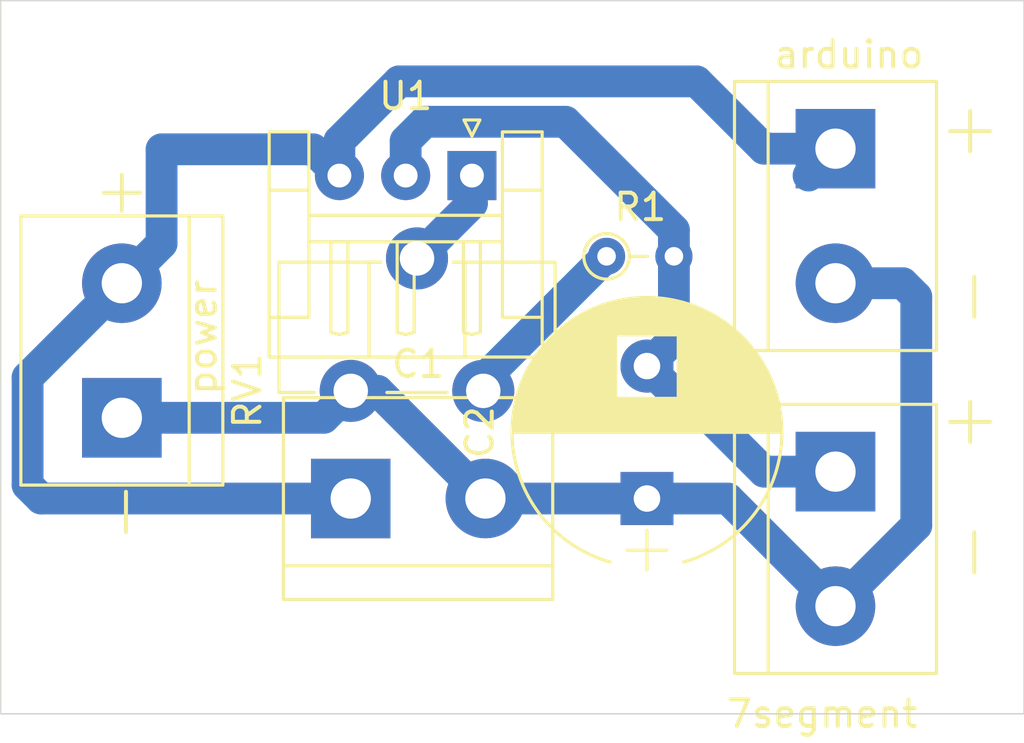
<source format=kicad_pcb>
(kicad_pcb (version 20171130) (host pcbnew "(5.1.4)-1")

  (general
    (thickness 1.6)
    (drawings 11)
    (tracks 40)
    (zones 0)
    (modules 8)
    (nets 6)
  )

  (page A4)
  (layers
    (0 F.Cu signal)
    (31 B.Cu signal)
    (32 B.Adhes user)
    (33 F.Adhes user)
    (34 B.Paste user)
    (35 F.Paste user)
    (36 B.SilkS user)
    (37 F.SilkS user)
    (38 B.Mask user)
    (39 F.Mask user)
    (40 Dwgs.User user)
    (41 Cmts.User user)
    (42 Eco1.User user)
    (43 Eco2.User user)
    (44 Edge.Cuts user)
    (45 Margin user)
    (46 B.CrtYd user)
    (47 F.CrtYd user)
    (48 B.Fab user)
    (49 F.Fab user)
  )

  (setup
    (last_trace_width 1.2)
    (user_trace_width 1.2)
    (trace_clearance 0.2)
    (zone_clearance 0.508)
    (zone_45_only no)
    (trace_min 0.2)
    (via_size 0.8)
    (via_drill 0.4)
    (via_min_size 0.4)
    (via_min_drill 0.3)
    (uvia_size 0.3)
    (uvia_drill 0.1)
    (uvias_allowed no)
    (uvia_min_size 0.2)
    (uvia_min_drill 0.1)
    (edge_width 0.05)
    (segment_width 0.2)
    (pcb_text_width 0.3)
    (pcb_text_size 1.5 1.5)
    (mod_edge_width 0.12)
    (mod_text_size 1 1)
    (mod_text_width 0.15)
    (pad_size 1.524 1.524)
    (pad_drill 0.762)
    (pad_to_mask_clearance 0.051)
    (solder_mask_min_width 0.25)
    (aux_axis_origin 0 0)
    (visible_elements 7FFFFFFF)
    (pcbplotparams
      (layerselection 0x010fc_ffffffff)
      (usegerberextensions true)
      (usegerberattributes false)
      (usegerberadvancedattributes false)
      (creategerberjobfile false)
      (excludeedgelayer true)
      (linewidth 0.100000)
      (plotframeref false)
      (viasonmask false)
      (mode 1)
      (useauxorigin false)
      (hpglpennumber 1)
      (hpglpenspeed 20)
      (hpglpendiameter 15.000000)
      (psnegative false)
      (psa4output false)
      (plotreference true)
      (plotvalue true)
      (plotinvisibletext false)
      (padsonsilk false)
      (subtractmaskfromsilk false)
      (outputformat 3)
      (mirror false)
      (drillshape 0)
      (scaleselection 1)
      (outputdirectory "lm317/"))
  )

  (net 0 "")
  (net 1 "Net-(C1-Pad1)")
  (net 2 "Net-(C1-Pad2)")
  (net 3 "Net-(C2-Pad2)")
  (net 4 "Net-(R1-Pad1)")
  (net 5 "Net-(RV1-Pad2)")

  (net_class Default "This is the default net class."
    (clearance 0.2)
    (trace_width 0.25)
    (via_dia 0.8)
    (via_drill 0.4)
    (uvia_dia 0.3)
    (uvia_drill 0.1)
    (add_net "Net-(C1-Pad1)")
    (add_net "Net-(C1-Pad2)")
    (add_net "Net-(C2-Pad2)")
    (add_net "Net-(R1-Pad1)")
    (add_net "Net-(RV1-Pad2)")
  )

  (module Connectors_JST:JST_EH_S03B-EH_03x2.50mm_Angled (layer F.Cu) (tedit 58A3B0B9) (tstamp 5D664ED8)
    (at 102.108 75.184 180)
    (descr "JST EH series connector, S03B-EH, 2.50mm pitch, side entry")
    (tags "connector jst eh side horizontal angled")
    (path /5D66BC47)
    (fp_text reference U1 (at 2.5 3) (layer F.SilkS)
      (effects (font (size 1 1) (thickness 0.15)))
    )
    (fp_text value LM317_3PinPackage (at 2.5 -8) (layer F.Fab)
      (effects (font (size 1 1) (thickness 0.15)))
    )
    (fp_line (start 8.15 -7.35) (end -3.15 -7.35) (layer F.CrtYd) (width 0.05))
    (fp_line (start 8.15 2.15) (end 8.15 -7.35) (layer F.CrtYd) (width 0.05))
    (fp_line (start -3.15 2.15) (end 8.15 2.15) (layer F.CrtYd) (width 0.05))
    (fp_line (start -3.15 -7.35) (end -3.15 2.15) (layer F.CrtYd) (width 0.05))
    (fp_line (start 0.3 2.1) (end 0 1.5) (layer F.Fab) (width 0.1))
    (fp_line (start -0.3 2.1) (end 0.3 2.1) (layer F.Fab) (width 0.1))
    (fp_line (start 0 1.5) (end -0.3 2.1) (layer F.Fab) (width 0.1))
    (fp_line (start 0.3 2.1) (end 0 1.5) (layer F.SilkS) (width 0.12))
    (fp_line (start -0.3 2.1) (end 0.3 2.1) (layer F.SilkS) (width 0.12))
    (fp_line (start 0 1.5) (end -0.3 2.1) (layer F.SilkS) (width 0.12))
    (fp_line (start 5.32 -2.5) (end 5 -2.5) (layer F.SilkS) (width 0.12))
    (fp_line (start 5.32 -5.92) (end 5.32 -2.5) (layer F.SilkS) (width 0.12))
    (fp_line (start 5 -6) (end 5.32 -5.92) (layer F.SilkS) (width 0.12))
    (fp_line (start 4.68 -5.92) (end 5 -6) (layer F.SilkS) (width 0.12))
    (fp_line (start 4.68 -2.5) (end 4.68 -5.92) (layer F.SilkS) (width 0.12))
    (fp_line (start 5 -2.5) (end 4.68 -2.5) (layer F.SilkS) (width 0.12))
    (fp_line (start 2.82 -2.5) (end 2.5 -2.5) (layer F.SilkS) (width 0.12))
    (fp_line (start 2.82 -5.92) (end 2.82 -2.5) (layer F.SilkS) (width 0.12))
    (fp_line (start 2.5 -6) (end 2.82 -5.92) (layer F.SilkS) (width 0.12))
    (fp_line (start 2.18 -5.92) (end 2.5 -6) (layer F.SilkS) (width 0.12))
    (fp_line (start 2.18 -2.5) (end 2.18 -5.92) (layer F.SilkS) (width 0.12))
    (fp_line (start 2.5 -2.5) (end 2.18 -2.5) (layer F.SilkS) (width 0.12))
    (fp_line (start 0.32 -2.5) (end 0 -2.5) (layer F.SilkS) (width 0.12))
    (fp_line (start 0.32 -5.92) (end 0.32 -2.5) (layer F.SilkS) (width 0.12))
    (fp_line (start 0 -6) (end 0.32 -5.92) (layer F.SilkS) (width 0.12))
    (fp_line (start -0.32 -5.92) (end 0 -6) (layer F.SilkS) (width 0.12))
    (fp_line (start -0.32 -2.5) (end -0.32 -5.92) (layer F.SilkS) (width 0.12))
    (fp_line (start 0 -2.5) (end -0.32 -2.5) (layer F.SilkS) (width 0.12))
    (fp_line (start -1.15 -1.5) (end 6.15 -1.5) (layer F.SilkS) (width 0.12))
    (fp_line (start -1.15 -2.5) (end 6.15 -2.5) (layer F.SilkS) (width 0.12))
    (fp_line (start 6.15 -0.55) (end 7.65 -0.55) (layer F.SilkS) (width 0.12))
    (fp_line (start 6.15 -5.35) (end 6.15 -0.55) (layer F.SilkS) (width 0.12))
    (fp_line (start 7.65 -5.35) (end 6.15 -5.35) (layer F.SilkS) (width 0.12))
    (fp_line (start -1.15 -0.55) (end -2.65 -0.55) (layer F.SilkS) (width 0.12))
    (fp_line (start -1.15 -5.35) (end -1.15 -0.55) (layer F.SilkS) (width 0.12))
    (fp_line (start -2.65 -5.35) (end -1.15 -5.35) (layer F.SilkS) (width 0.12))
    (fp_line (start 6.15 1.65) (end 6.15 -0.55) (layer F.SilkS) (width 0.12))
    (fp_line (start 7.65 1.65) (end 6.15 1.65) (layer F.SilkS) (width 0.12))
    (fp_line (start 7.65 -6.85) (end 7.65 1.65) (layer F.SilkS) (width 0.12))
    (fp_line (start -2.65 -6.85) (end 7.65 -6.85) (layer F.SilkS) (width 0.12))
    (fp_line (start -2.65 1.65) (end -2.65 -6.85) (layer F.SilkS) (width 0.12))
    (fp_line (start -1.15 1.65) (end -2.65 1.65) (layer F.SilkS) (width 0.12))
    (fp_line (start -1.15 -0.55) (end -1.15 1.65) (layer F.SilkS) (width 0.12))
    (fp_line (start 7.5 -6.7) (end -2.5 -6.7) (layer F.Fab) (width 0.1))
    (fp_line (start 7.5 1.5) (end 7.5 -6.7) (layer F.Fab) (width 0.1))
    (fp_line (start -2.5 1.5) (end 7.5 1.5) (layer F.Fab) (width 0.1))
    (fp_line (start -2.5 -6.7) (end -2.5 1.5) (layer F.Fab) (width 0.1))
    (fp_text user %R (at 2.5 -2) (layer F.Fab)
      (effects (font (size 1 1) (thickness 0.15)))
    )
    (pad 3 thru_hole circle (at 5 0 180) (size 1.85 1.85) (drill 0.9) (layers *.Cu *.Mask)
      (net 1 "Net-(C1-Pad1)"))
    (pad 2 thru_hole circle (at 2.5 0 180) (size 1.85 1.85) (drill 0.9) (layers *.Cu *.Mask)
      (net 3 "Net-(C2-Pad2)"))
    (pad 1 thru_hole rect (at 0 0 180) (size 1.85 1.85) (drill 0.9) (layers *.Cu *.Mask)
      (net 5 "Net-(RV1-Pad2)"))
    (model Connectors_JST.3dshapes/JST_EH_S03B-EH_03x2.50mm_Angled.wrl
      (at (xyz 0 0 0))
      (scale (xyz 1 1 1))
      (rotate (xyz 0 0 0))
    )
  )

  (module Connectors_Terminal_Blocks:TerminalBlock_bornier-2_P5.08mm (layer F.Cu) (tedit 59FF03AB) (tstamp 5D664D67)
    (at 97.536 87.376)
    (descr "simple 2-pin terminal block, pitch 5.08mm, revamped version of bornier2")
    (tags "terminal block bornier2")
    (path /5D66FF80)
    (fp_text reference C1 (at 2.54 -5.08) (layer F.SilkS)
      (effects (font (size 1 1) (thickness 0.15)))
    )
    (fp_text value C (at 2.54 5.08) (layer F.Fab)
      (effects (font (size 1 1) (thickness 0.15)))
    )
    (fp_text user %R (at 2.54 0) (layer F.Fab)
      (effects (font (size 1 1) (thickness 0.15)))
    )
    (fp_line (start -2.41 2.55) (end 7.49 2.55) (layer F.Fab) (width 0.1))
    (fp_line (start -2.46 -3.75) (end -2.46 3.75) (layer F.Fab) (width 0.1))
    (fp_line (start -2.46 3.75) (end 7.54 3.75) (layer F.Fab) (width 0.1))
    (fp_line (start 7.54 3.75) (end 7.54 -3.75) (layer F.Fab) (width 0.1))
    (fp_line (start 7.54 -3.75) (end -2.46 -3.75) (layer F.Fab) (width 0.1))
    (fp_line (start 7.62 2.54) (end -2.54 2.54) (layer F.SilkS) (width 0.12))
    (fp_line (start 7.62 3.81) (end 7.62 -3.81) (layer F.SilkS) (width 0.12))
    (fp_line (start 7.62 -3.81) (end -2.54 -3.81) (layer F.SilkS) (width 0.12))
    (fp_line (start -2.54 -3.81) (end -2.54 3.81) (layer F.SilkS) (width 0.12))
    (fp_line (start -2.54 3.81) (end 7.62 3.81) (layer F.SilkS) (width 0.12))
    (fp_line (start -2.71 -4) (end 7.79 -4) (layer F.CrtYd) (width 0.05))
    (fp_line (start -2.71 -4) (end -2.71 4) (layer F.CrtYd) (width 0.05))
    (fp_line (start 7.79 4) (end 7.79 -4) (layer F.CrtYd) (width 0.05))
    (fp_line (start 7.79 4) (end -2.71 4) (layer F.CrtYd) (width 0.05))
    (pad 1 thru_hole rect (at 0 0) (size 3 3) (drill 1.52) (layers *.Cu *.Mask)
      (net 1 "Net-(C1-Pad1)"))
    (pad 2 thru_hole circle (at 5.08 0) (size 3 3) (drill 1.52) (layers *.Cu *.Mask)
      (net 2 "Net-(C1-Pad2)"))
    (model ${KISYS3DMOD}/Terminal_Blocks.3dshapes/TerminalBlock_bornier-2_P5.08mm.wrl
      (offset (xyz 2.539999961853027 0 0))
      (scale (xyz 1 1 1))
      (rotate (xyz 0 0 0))
    )
  )

  (module Capacitors_THT:CP_Radial_D10.0mm_P5.00mm (layer F.Cu) (tedit 597BC7C2) (tstamp 5D664E35)
    (at 108.712 87.376 90)
    (descr "CP, Radial series, Radial, pin pitch=5.00mm, , diameter=10mm, Electrolytic Capacitor")
    (tags "CP Radial series Radial pin pitch 5.00mm  diameter 10mm Electrolytic Capacitor")
    (path /5D66F235)
    (fp_text reference C2 (at 2.5 -6.31 90) (layer F.SilkS)
      (effects (font (size 1 1) (thickness 0.15)))
    )
    (fp_text value C (at 2.5 6.31 90) (layer F.Fab)
      (effects (font (size 1 1) (thickness 0.15)))
    )
    (fp_text user %R (at 2.5 0 90) (layer F.Fab)
      (effects (font (size 1 1) (thickness 0.15)))
    )
    (fp_line (start 7.85 -5.35) (end -2.85 -5.35) (layer F.CrtYd) (width 0.05))
    (fp_line (start 7.85 5.35) (end 7.85 -5.35) (layer F.CrtYd) (width 0.05))
    (fp_line (start -2.85 5.35) (end 7.85 5.35) (layer F.CrtYd) (width 0.05))
    (fp_line (start -2.85 -5.35) (end -2.85 5.35) (layer F.CrtYd) (width 0.05))
    (fp_line (start -1.95 -0.75) (end -1.95 0.75) (layer F.SilkS) (width 0.12))
    (fp_line (start -2.7 0) (end -1.2 0) (layer F.SilkS) (width 0.12))
    (fp_line (start 7.581 -0.279) (end 7.581 0.279) (layer F.SilkS) (width 0.12))
    (fp_line (start 7.541 -0.672) (end 7.541 0.672) (layer F.SilkS) (width 0.12))
    (fp_line (start 7.501 -0.913) (end 7.501 0.913) (layer F.SilkS) (width 0.12))
    (fp_line (start 7.461 -1.104) (end 7.461 1.104) (layer F.SilkS) (width 0.12))
    (fp_line (start 7.421 -1.265) (end 7.421 1.265) (layer F.SilkS) (width 0.12))
    (fp_line (start 7.381 -1.407) (end 7.381 1.407) (layer F.SilkS) (width 0.12))
    (fp_line (start 7.341 -1.536) (end 7.341 1.536) (layer F.SilkS) (width 0.12))
    (fp_line (start 7.301 -1.654) (end 7.301 1.654) (layer F.SilkS) (width 0.12))
    (fp_line (start 7.261 -1.763) (end 7.261 1.763) (layer F.SilkS) (width 0.12))
    (fp_line (start 7.221 -1.866) (end 7.221 1.866) (layer F.SilkS) (width 0.12))
    (fp_line (start 7.181 -1.962) (end 7.181 1.962) (layer F.SilkS) (width 0.12))
    (fp_line (start 7.141 -2.053) (end 7.141 2.053) (layer F.SilkS) (width 0.12))
    (fp_line (start 7.101 -2.14) (end 7.101 2.14) (layer F.SilkS) (width 0.12))
    (fp_line (start 7.061 -2.222) (end 7.061 2.222) (layer F.SilkS) (width 0.12))
    (fp_line (start 7.021 -2.301) (end 7.021 2.301) (layer F.SilkS) (width 0.12))
    (fp_line (start 6.981 -2.377) (end 6.981 2.377) (layer F.SilkS) (width 0.12))
    (fp_line (start 6.941 -2.449) (end 6.941 2.449) (layer F.SilkS) (width 0.12))
    (fp_line (start 6.901 -2.519) (end 6.901 2.519) (layer F.SilkS) (width 0.12))
    (fp_line (start 6.861 -2.587) (end 6.861 2.587) (layer F.SilkS) (width 0.12))
    (fp_line (start 6.821 -2.652) (end 6.821 2.652) (layer F.SilkS) (width 0.12))
    (fp_line (start 6.781 -2.715) (end 6.781 2.715) (layer F.SilkS) (width 0.12))
    (fp_line (start 6.741 -2.777) (end 6.741 2.777) (layer F.SilkS) (width 0.12))
    (fp_line (start 6.701 -2.836) (end 6.701 2.836) (layer F.SilkS) (width 0.12))
    (fp_line (start 6.661 -2.894) (end 6.661 2.894) (layer F.SilkS) (width 0.12))
    (fp_line (start 6.621 -2.949) (end 6.621 2.949) (layer F.SilkS) (width 0.12))
    (fp_line (start 6.581 -3.004) (end 6.581 3.004) (layer F.SilkS) (width 0.12))
    (fp_line (start 6.541 -3.057) (end 6.541 3.057) (layer F.SilkS) (width 0.12))
    (fp_line (start 6.501 -3.108) (end 6.501 3.108) (layer F.SilkS) (width 0.12))
    (fp_line (start 6.461 -3.158) (end 6.461 3.158) (layer F.SilkS) (width 0.12))
    (fp_line (start 6.421 -3.207) (end 6.421 3.207) (layer F.SilkS) (width 0.12))
    (fp_line (start 6.381 -3.255) (end 6.381 3.255) (layer F.SilkS) (width 0.12))
    (fp_line (start 6.341 -3.302) (end 6.341 3.302) (layer F.SilkS) (width 0.12))
    (fp_line (start 6.301 -3.347) (end 6.301 3.347) (layer F.SilkS) (width 0.12))
    (fp_line (start 6.261 -3.391) (end 6.261 3.391) (layer F.SilkS) (width 0.12))
    (fp_line (start 6.221 -3.435) (end 6.221 3.435) (layer F.SilkS) (width 0.12))
    (fp_line (start 6.181 -3.477) (end 6.181 3.477) (layer F.SilkS) (width 0.12))
    (fp_line (start 6.141 1.181) (end 6.141 3.518) (layer F.SilkS) (width 0.12))
    (fp_line (start 6.141 -3.518) (end 6.141 -1.181) (layer F.SilkS) (width 0.12))
    (fp_line (start 6.101 1.181) (end 6.101 3.559) (layer F.SilkS) (width 0.12))
    (fp_line (start 6.101 -3.559) (end 6.101 -1.181) (layer F.SilkS) (width 0.12))
    (fp_line (start 6.061 1.181) (end 6.061 3.598) (layer F.SilkS) (width 0.12))
    (fp_line (start 6.061 -3.598) (end 6.061 -1.181) (layer F.SilkS) (width 0.12))
    (fp_line (start 6.021 1.181) (end 6.021 3.637) (layer F.SilkS) (width 0.12))
    (fp_line (start 6.021 -3.637) (end 6.021 -1.181) (layer F.SilkS) (width 0.12))
    (fp_line (start 5.981 1.181) (end 5.981 3.675) (layer F.SilkS) (width 0.12))
    (fp_line (start 5.981 -3.675) (end 5.981 -1.181) (layer F.SilkS) (width 0.12))
    (fp_line (start 5.941 1.181) (end 5.941 3.712) (layer F.SilkS) (width 0.12))
    (fp_line (start 5.941 -3.712) (end 5.941 -1.181) (layer F.SilkS) (width 0.12))
    (fp_line (start 5.901 1.181) (end 5.901 3.748) (layer F.SilkS) (width 0.12))
    (fp_line (start 5.901 -3.748) (end 5.901 -1.181) (layer F.SilkS) (width 0.12))
    (fp_line (start 5.861 1.181) (end 5.861 3.784) (layer F.SilkS) (width 0.12))
    (fp_line (start 5.861 -3.784) (end 5.861 -1.181) (layer F.SilkS) (width 0.12))
    (fp_line (start 5.821 1.181) (end 5.821 3.819) (layer F.SilkS) (width 0.12))
    (fp_line (start 5.821 -3.819) (end 5.821 -1.181) (layer F.SilkS) (width 0.12))
    (fp_line (start 5.781 1.181) (end 5.781 3.853) (layer F.SilkS) (width 0.12))
    (fp_line (start 5.781 -3.853) (end 5.781 -1.181) (layer F.SilkS) (width 0.12))
    (fp_line (start 5.741 1.181) (end 5.741 3.886) (layer F.SilkS) (width 0.12))
    (fp_line (start 5.741 -3.886) (end 5.741 -1.181) (layer F.SilkS) (width 0.12))
    (fp_line (start 5.701 1.181) (end 5.701 3.919) (layer F.SilkS) (width 0.12))
    (fp_line (start 5.701 -3.919) (end 5.701 -1.181) (layer F.SilkS) (width 0.12))
    (fp_line (start 5.661 1.181) (end 5.661 3.951) (layer F.SilkS) (width 0.12))
    (fp_line (start 5.661 -3.951) (end 5.661 -1.181) (layer F.SilkS) (width 0.12))
    (fp_line (start 5.621 1.181) (end 5.621 3.982) (layer F.SilkS) (width 0.12))
    (fp_line (start 5.621 -3.982) (end 5.621 -1.181) (layer F.SilkS) (width 0.12))
    (fp_line (start 5.581 1.181) (end 5.581 4.013) (layer F.SilkS) (width 0.12))
    (fp_line (start 5.581 -4.013) (end 5.581 -1.181) (layer F.SilkS) (width 0.12))
    (fp_line (start 5.541 1.181) (end 5.541 4.043) (layer F.SilkS) (width 0.12))
    (fp_line (start 5.541 -4.043) (end 5.541 -1.181) (layer F.SilkS) (width 0.12))
    (fp_line (start 5.501 1.181) (end 5.501 4.072) (layer F.SilkS) (width 0.12))
    (fp_line (start 5.501 -4.072) (end 5.501 -1.181) (layer F.SilkS) (width 0.12))
    (fp_line (start 5.461 1.181) (end 5.461 4.101) (layer F.SilkS) (width 0.12))
    (fp_line (start 5.461 -4.101) (end 5.461 -1.181) (layer F.SilkS) (width 0.12))
    (fp_line (start 5.421 1.181) (end 5.421 4.13) (layer F.SilkS) (width 0.12))
    (fp_line (start 5.421 -4.13) (end 5.421 -1.181) (layer F.SilkS) (width 0.12))
    (fp_line (start 5.381 1.181) (end 5.381 4.157) (layer F.SilkS) (width 0.12))
    (fp_line (start 5.381 -4.157) (end 5.381 -1.181) (layer F.SilkS) (width 0.12))
    (fp_line (start 5.341 1.181) (end 5.341 4.185) (layer F.SilkS) (width 0.12))
    (fp_line (start 5.341 -4.185) (end 5.341 -1.181) (layer F.SilkS) (width 0.12))
    (fp_line (start 5.301 1.181) (end 5.301 4.211) (layer F.SilkS) (width 0.12))
    (fp_line (start 5.301 -4.211) (end 5.301 -1.181) (layer F.SilkS) (width 0.12))
    (fp_line (start 5.261 1.181) (end 5.261 4.237) (layer F.SilkS) (width 0.12))
    (fp_line (start 5.261 -4.237) (end 5.261 -1.181) (layer F.SilkS) (width 0.12))
    (fp_line (start 5.221 1.181) (end 5.221 4.263) (layer F.SilkS) (width 0.12))
    (fp_line (start 5.221 -4.263) (end 5.221 -1.181) (layer F.SilkS) (width 0.12))
    (fp_line (start 5.181 1.181) (end 5.181 4.288) (layer F.SilkS) (width 0.12))
    (fp_line (start 5.181 -4.288) (end 5.181 -1.181) (layer F.SilkS) (width 0.12))
    (fp_line (start 5.141 1.181) (end 5.141 4.312) (layer F.SilkS) (width 0.12))
    (fp_line (start 5.141 -4.312) (end 5.141 -1.181) (layer F.SilkS) (width 0.12))
    (fp_line (start 5.101 1.181) (end 5.101 4.336) (layer F.SilkS) (width 0.12))
    (fp_line (start 5.101 -4.336) (end 5.101 -1.181) (layer F.SilkS) (width 0.12))
    (fp_line (start 5.061 1.181) (end 5.061 4.36) (layer F.SilkS) (width 0.12))
    (fp_line (start 5.061 -4.36) (end 5.061 -1.181) (layer F.SilkS) (width 0.12))
    (fp_line (start 5.021 1.181) (end 5.021 4.383) (layer F.SilkS) (width 0.12))
    (fp_line (start 5.021 -4.383) (end 5.021 -1.181) (layer F.SilkS) (width 0.12))
    (fp_line (start 4.981 1.181) (end 4.981 4.405) (layer F.SilkS) (width 0.12))
    (fp_line (start 4.981 -4.405) (end 4.981 -1.181) (layer F.SilkS) (width 0.12))
    (fp_line (start 4.941 1.181) (end 4.941 4.428) (layer F.SilkS) (width 0.12))
    (fp_line (start 4.941 -4.428) (end 4.941 -1.181) (layer F.SilkS) (width 0.12))
    (fp_line (start 4.901 1.181) (end 4.901 4.449) (layer F.SilkS) (width 0.12))
    (fp_line (start 4.901 -4.449) (end 4.901 -1.181) (layer F.SilkS) (width 0.12))
    (fp_line (start 4.861 1.181) (end 4.861 4.47) (layer F.SilkS) (width 0.12))
    (fp_line (start 4.861 -4.47) (end 4.861 -1.181) (layer F.SilkS) (width 0.12))
    (fp_line (start 4.821 1.181) (end 4.821 4.491) (layer F.SilkS) (width 0.12))
    (fp_line (start 4.821 -4.491) (end 4.821 -1.181) (layer F.SilkS) (width 0.12))
    (fp_line (start 4.781 1.181) (end 4.781 4.511) (layer F.SilkS) (width 0.12))
    (fp_line (start 4.781 -4.511) (end 4.781 -1.181) (layer F.SilkS) (width 0.12))
    (fp_line (start 4.741 1.181) (end 4.741 4.531) (layer F.SilkS) (width 0.12))
    (fp_line (start 4.741 -4.531) (end 4.741 -1.181) (layer F.SilkS) (width 0.12))
    (fp_line (start 4.701 1.181) (end 4.701 4.55) (layer F.SilkS) (width 0.12))
    (fp_line (start 4.701 -4.55) (end 4.701 -1.181) (layer F.SilkS) (width 0.12))
    (fp_line (start 4.661 1.181) (end 4.661 4.569) (layer F.SilkS) (width 0.12))
    (fp_line (start 4.661 -4.569) (end 4.661 -1.181) (layer F.SilkS) (width 0.12))
    (fp_line (start 4.621 1.181) (end 4.621 4.588) (layer F.SilkS) (width 0.12))
    (fp_line (start 4.621 -4.588) (end 4.621 -1.181) (layer F.SilkS) (width 0.12))
    (fp_line (start 4.581 1.181) (end 4.581 4.606) (layer F.SilkS) (width 0.12))
    (fp_line (start 4.581 -4.606) (end 4.581 -1.181) (layer F.SilkS) (width 0.12))
    (fp_line (start 4.541 1.181) (end 4.541 4.624) (layer F.SilkS) (width 0.12))
    (fp_line (start 4.541 -4.624) (end 4.541 -1.181) (layer F.SilkS) (width 0.12))
    (fp_line (start 4.501 1.181) (end 4.501 4.641) (layer F.SilkS) (width 0.12))
    (fp_line (start 4.501 -4.641) (end 4.501 -1.181) (layer F.SilkS) (width 0.12))
    (fp_line (start 4.461 1.181) (end 4.461 4.658) (layer F.SilkS) (width 0.12))
    (fp_line (start 4.461 -4.658) (end 4.461 -1.181) (layer F.SilkS) (width 0.12))
    (fp_line (start 4.421 1.181) (end 4.421 4.674) (layer F.SilkS) (width 0.12))
    (fp_line (start 4.421 -4.674) (end 4.421 -1.181) (layer F.SilkS) (width 0.12))
    (fp_line (start 4.381 1.181) (end 4.381 4.691) (layer F.SilkS) (width 0.12))
    (fp_line (start 4.381 -4.691) (end 4.381 -1.181) (layer F.SilkS) (width 0.12))
    (fp_line (start 4.341 1.181) (end 4.341 4.706) (layer F.SilkS) (width 0.12))
    (fp_line (start 4.341 -4.706) (end 4.341 -1.181) (layer F.SilkS) (width 0.12))
    (fp_line (start 4.301 1.181) (end 4.301 4.722) (layer F.SilkS) (width 0.12))
    (fp_line (start 4.301 -4.722) (end 4.301 -1.181) (layer F.SilkS) (width 0.12))
    (fp_line (start 4.261 1.181) (end 4.261 4.737) (layer F.SilkS) (width 0.12))
    (fp_line (start 4.261 -4.737) (end 4.261 -1.181) (layer F.SilkS) (width 0.12))
    (fp_line (start 4.221 1.181) (end 4.221 4.751) (layer F.SilkS) (width 0.12))
    (fp_line (start 4.221 -4.751) (end 4.221 -1.181) (layer F.SilkS) (width 0.12))
    (fp_line (start 4.181 1.181) (end 4.181 4.765) (layer F.SilkS) (width 0.12))
    (fp_line (start 4.181 -4.765) (end 4.181 -1.181) (layer F.SilkS) (width 0.12))
    (fp_line (start 4.141 1.181) (end 4.141 4.779) (layer F.SilkS) (width 0.12))
    (fp_line (start 4.141 -4.779) (end 4.141 -1.181) (layer F.SilkS) (width 0.12))
    (fp_line (start 4.101 1.181) (end 4.101 4.792) (layer F.SilkS) (width 0.12))
    (fp_line (start 4.101 -4.792) (end 4.101 -1.181) (layer F.SilkS) (width 0.12))
    (fp_line (start 4.061 1.181) (end 4.061 4.806) (layer F.SilkS) (width 0.12))
    (fp_line (start 4.061 -4.806) (end 4.061 -1.181) (layer F.SilkS) (width 0.12))
    (fp_line (start 4.021 1.181) (end 4.021 4.818) (layer F.SilkS) (width 0.12))
    (fp_line (start 4.021 -4.818) (end 4.021 -1.181) (layer F.SilkS) (width 0.12))
    (fp_line (start 3.981 1.181) (end 3.981 4.831) (layer F.SilkS) (width 0.12))
    (fp_line (start 3.981 -4.831) (end 3.981 -1.181) (layer F.SilkS) (width 0.12))
    (fp_line (start 3.941 1.181) (end 3.941 4.843) (layer F.SilkS) (width 0.12))
    (fp_line (start 3.941 -4.843) (end 3.941 -1.181) (layer F.SilkS) (width 0.12))
    (fp_line (start 3.901 1.181) (end 3.901 4.854) (layer F.SilkS) (width 0.12))
    (fp_line (start 3.901 -4.854) (end 3.901 -1.181) (layer F.SilkS) (width 0.12))
    (fp_line (start 3.861 1.181) (end 3.861 4.865) (layer F.SilkS) (width 0.12))
    (fp_line (start 3.861 -4.865) (end 3.861 -1.181) (layer F.SilkS) (width 0.12))
    (fp_line (start 3.821 1.181) (end 3.821 4.876) (layer F.SilkS) (width 0.12))
    (fp_line (start 3.821 -4.876) (end 3.821 -1.181) (layer F.SilkS) (width 0.12))
    (fp_line (start 3.781 -4.887) (end 3.781 4.887) (layer F.SilkS) (width 0.12))
    (fp_line (start 3.741 -4.897) (end 3.741 4.897) (layer F.SilkS) (width 0.12))
    (fp_line (start 3.701 -4.907) (end 3.701 4.907) (layer F.SilkS) (width 0.12))
    (fp_line (start 3.661 -4.917) (end 3.661 4.917) (layer F.SilkS) (width 0.12))
    (fp_line (start 3.621 -4.926) (end 3.621 4.926) (layer F.SilkS) (width 0.12))
    (fp_line (start 3.581 -4.935) (end 3.581 4.935) (layer F.SilkS) (width 0.12))
    (fp_line (start 3.541 -4.943) (end 3.541 4.943) (layer F.SilkS) (width 0.12))
    (fp_line (start 3.501 -4.951) (end 3.501 4.951) (layer F.SilkS) (width 0.12))
    (fp_line (start 3.461 -4.959) (end 3.461 4.959) (layer F.SilkS) (width 0.12))
    (fp_line (start 3.421 -4.967) (end 3.421 4.967) (layer F.SilkS) (width 0.12))
    (fp_line (start 3.381 -4.974) (end 3.381 4.974) (layer F.SilkS) (width 0.12))
    (fp_line (start 3.341 -4.981) (end 3.341 4.981) (layer F.SilkS) (width 0.12))
    (fp_line (start 3.301 -4.987) (end 3.301 4.987) (layer F.SilkS) (width 0.12))
    (fp_line (start 3.261 -4.993) (end 3.261 4.993) (layer F.SilkS) (width 0.12))
    (fp_line (start 3.221 -4.999) (end 3.221 4.999) (layer F.SilkS) (width 0.12))
    (fp_line (start 3.18 -5.005) (end 3.18 5.005) (layer F.SilkS) (width 0.12))
    (fp_line (start 3.14 -5.01) (end 3.14 5.01) (layer F.SilkS) (width 0.12))
    (fp_line (start 3.1 -5.015) (end 3.1 5.015) (layer F.SilkS) (width 0.12))
    (fp_line (start 3.06 -5.02) (end 3.06 5.02) (layer F.SilkS) (width 0.12))
    (fp_line (start 3.02 -5.024) (end 3.02 5.024) (layer F.SilkS) (width 0.12))
    (fp_line (start 2.98 -5.028) (end 2.98 5.028) (layer F.SilkS) (width 0.12))
    (fp_line (start 2.94 -5.031) (end 2.94 5.031) (layer F.SilkS) (width 0.12))
    (fp_line (start 2.9 -5.035) (end 2.9 5.035) (layer F.SilkS) (width 0.12))
    (fp_line (start 2.86 -5.038) (end 2.86 5.038) (layer F.SilkS) (width 0.12))
    (fp_line (start 2.82 -5.04) (end 2.82 5.04) (layer F.SilkS) (width 0.12))
    (fp_line (start 2.78 -5.043) (end 2.78 5.043) (layer F.SilkS) (width 0.12))
    (fp_line (start 2.74 -5.045) (end 2.74 5.045) (layer F.SilkS) (width 0.12))
    (fp_line (start 2.7 -5.047) (end 2.7 5.047) (layer F.SilkS) (width 0.12))
    (fp_line (start 2.66 -5.048) (end 2.66 5.048) (layer F.SilkS) (width 0.12))
    (fp_line (start 2.62 -5.049) (end 2.62 5.049) (layer F.SilkS) (width 0.12))
    (fp_line (start 2.58 -5.05) (end 2.58 5.05) (layer F.SilkS) (width 0.12))
    (fp_line (start 2.54 -5.05) (end 2.54 5.05) (layer F.SilkS) (width 0.12))
    (fp_line (start 2.5 -5.05) (end 2.5 5.05) (layer F.SilkS) (width 0.12))
    (fp_line (start -1.95 -0.75) (end -1.95 0.75) (layer F.Fab) (width 0.1))
    (fp_line (start -2.7 0) (end -1.2 0) (layer F.Fab) (width 0.1))
    (fp_circle (center 2.5 0) (end 7.5 0) (layer F.Fab) (width 0.1))
    (fp_arc (start 2.5 0) (end 7.399357 -1.38) (angle 31.5) (layer F.SilkS) (width 0.12))
    (fp_arc (start 2.5 0) (end -2.399357 1.38) (angle -148.5) (layer F.SilkS) (width 0.12))
    (fp_arc (start 2.5 0) (end -2.399357 -1.38) (angle 148.5) (layer F.SilkS) (width 0.12))
    (pad 2 thru_hole circle (at 5 0 90) (size 2 2) (drill 1) (layers *.Cu *.Mask)
      (net 3 "Net-(C2-Pad2)"))
    (pad 1 thru_hole rect (at 0 0 90) (size 2 2) (drill 1) (layers *.Cu *.Mask)
      (net 2 "Net-(C1-Pad2)"))
    (model ${KISYS3DMOD}/Capacitors_THT.3dshapes/CP_Radial_D10.0mm_P5.00mm.wrl
      (at (xyz 0 0 0))
      (scale (xyz 1 1 1))
      (rotate (xyz 0 0 0))
    )
  )

  (module Connectors_Terminal_Blocks:TerminalBlock_bornier-2_P5.08mm (layer F.Cu) (tedit 59FF03AB) (tstamp 5D664E4A)
    (at 88.9 84.328 90)
    (descr "simple 2-pin terminal block, pitch 5.08mm, revamped version of bornier2")
    (tags "terminal block bornier2")
    (path /5D66C4CC)
    (fp_text reference power (at 3.048 3.048 90) (layer F.SilkS)
      (effects (font (size 1 1) (thickness 0.15)))
    )
    (fp_text value Conn_01x02_Female (at 2.54 5.08 90) (layer F.Fab)
      (effects (font (size 1 1) (thickness 0.15)))
    )
    (fp_line (start 7.79 4) (end -2.71 4) (layer F.CrtYd) (width 0.05))
    (fp_line (start 7.79 4) (end 7.79 -4) (layer F.CrtYd) (width 0.05))
    (fp_line (start -2.71 -4) (end -2.71 4) (layer F.CrtYd) (width 0.05))
    (fp_line (start -2.71 -4) (end 7.79 -4) (layer F.CrtYd) (width 0.05))
    (fp_line (start -2.54 3.81) (end 7.62 3.81) (layer F.SilkS) (width 0.12))
    (fp_line (start -2.54 -3.81) (end -2.54 3.81) (layer F.SilkS) (width 0.12))
    (fp_line (start 7.62 -3.81) (end -2.54 -3.81) (layer F.SilkS) (width 0.12))
    (fp_line (start 7.62 3.81) (end 7.62 -3.81) (layer F.SilkS) (width 0.12))
    (fp_line (start 7.62 2.54) (end -2.54 2.54) (layer F.SilkS) (width 0.12))
    (fp_line (start 7.54 -3.75) (end -2.46 -3.75) (layer F.Fab) (width 0.1))
    (fp_line (start 7.54 3.75) (end 7.54 -3.75) (layer F.Fab) (width 0.1))
    (fp_line (start -2.46 3.75) (end 7.54 3.75) (layer F.Fab) (width 0.1))
    (fp_line (start -2.46 -3.75) (end -2.46 3.75) (layer F.Fab) (width 0.1))
    (fp_line (start -2.41 2.55) (end 7.49 2.55) (layer F.Fab) (width 0.1))
    (fp_text user %R (at 2.54 0 90) (layer F.Fab)
      (effects (font (size 1 1) (thickness 0.15)))
    )
    (pad 2 thru_hole circle (at 5.08 0 90) (size 3 3) (drill 1.52) (layers *.Cu *.Mask)
      (net 1 "Net-(C1-Pad1)"))
    (pad 1 thru_hole rect (at 0 0 90) (size 3 3) (drill 1.52) (layers *.Cu *.Mask)
      (net 2 "Net-(C1-Pad2)"))
    (model ${KISYS3DMOD}/Terminal_Blocks.3dshapes/TerminalBlock_bornier-2_P5.08mm.wrl
      (offset (xyz 2.539999961853027 0 0))
      (scale (xyz 1 1 1))
      (rotate (xyz 0 0 0))
    )
  )

  (module Connectors_Terminal_Blocks:TerminalBlock_bornier-2_P5.08mm (layer F.Cu) (tedit 59FF03AB) (tstamp 5D665AF1)
    (at 115.824 74.168 270)
    (descr "simple 2-pin terminal block, pitch 5.08mm, revamped version of bornier2")
    (tags "terminal block bornier2")
    (path /5D66DA51)
    (fp_text reference arduino (at -3.556 -0.508 180) (layer F.SilkS)
      (effects (font (size 1 1) (thickness 0.15)))
    )
    (fp_text value Conn_01x02_Female (at 2.54 5.08 90) (layer F.Fab)
      (effects (font (size 1 1) (thickness 0.15)))
    )
    (fp_line (start 7.79 4) (end -2.71 4) (layer F.CrtYd) (width 0.05))
    (fp_line (start 7.79 4) (end 7.79 -4) (layer F.CrtYd) (width 0.05))
    (fp_line (start -2.71 -4) (end -2.71 4) (layer F.CrtYd) (width 0.05))
    (fp_line (start -2.71 -4) (end 7.79 -4) (layer F.CrtYd) (width 0.05))
    (fp_line (start -2.54 3.81) (end 7.62 3.81) (layer F.SilkS) (width 0.12))
    (fp_line (start -2.54 -3.81) (end -2.54 3.81) (layer F.SilkS) (width 0.12))
    (fp_line (start 7.62 -3.81) (end -2.54 -3.81) (layer F.SilkS) (width 0.12))
    (fp_line (start 7.62 3.81) (end 7.62 -3.81) (layer F.SilkS) (width 0.12))
    (fp_line (start 7.62 2.54) (end -2.54 2.54) (layer F.SilkS) (width 0.12))
    (fp_line (start 7.54 -3.75) (end -2.46 -3.75) (layer F.Fab) (width 0.1))
    (fp_line (start 7.54 3.75) (end 7.54 -3.75) (layer F.Fab) (width 0.1))
    (fp_line (start -2.46 3.75) (end 7.54 3.75) (layer F.Fab) (width 0.1))
    (fp_line (start -2.46 -3.75) (end -2.46 3.75) (layer F.Fab) (width 0.1))
    (fp_line (start -2.41 2.55) (end 7.49 2.55) (layer F.Fab) (width 0.1))
    (fp_text user %R (at 2.54 1.016 90) (layer F.Fab)
      (effects (font (size 1 1) (thickness 0.15)))
    )
    (pad 2 thru_hole circle (at 5.08 0 270) (size 3 3) (drill 1.52) (layers *.Cu *.Mask)
      (net 2 "Net-(C1-Pad2)"))
    (pad 1 thru_hole rect (at 0 0 270) (size 3 3) (drill 1.52) (layers *.Cu *.Mask)
      (net 1 "Net-(C1-Pad1)"))
    (model ${KISYS3DMOD}/Terminal_Blocks.3dshapes/TerminalBlock_bornier-2_P5.08mm.wrl
      (offset (xyz 2.539999961853027 0 0))
      (scale (xyz 1 1 1))
      (rotate (xyz 0 0 0))
    )
  )

  (module Connectors_Terminal_Blocks:TerminalBlock_bornier-2_P5.08mm (layer F.Cu) (tedit 59FF03AB) (tstamp 5D664E74)
    (at 115.824 86.36 270)
    (descr "simple 2-pin terminal block, pitch 5.08mm, revamped version of bornier2")
    (tags "terminal block bornier2")
    (path /5D66D466)
    (fp_text reference 7segment (at 9.144 0.508 180) (layer F.SilkS)
      (effects (font (size 1 1) (thickness 0.15)))
    )
    (fp_text value Conn_01x02_Female (at 2.54 5.08 90) (layer F.Fab)
      (effects (font (size 1 1) (thickness 0.15)))
    )
    (fp_text user %R (at 2.032 1.524 90) (layer F.Fab)
      (effects (font (size 1 1) (thickness 0.15)))
    )
    (fp_line (start -2.41 2.55) (end 7.49 2.55) (layer F.Fab) (width 0.1))
    (fp_line (start -2.46 -3.75) (end -2.46 3.75) (layer F.Fab) (width 0.1))
    (fp_line (start -2.46 3.75) (end 7.54 3.75) (layer F.Fab) (width 0.1))
    (fp_line (start 7.54 3.75) (end 7.54 -3.75) (layer F.Fab) (width 0.1))
    (fp_line (start 7.54 -3.75) (end -2.46 -3.75) (layer F.Fab) (width 0.1))
    (fp_line (start 7.62 2.54) (end -2.54 2.54) (layer F.SilkS) (width 0.12))
    (fp_line (start 7.62 3.81) (end 7.62 -3.81) (layer F.SilkS) (width 0.12))
    (fp_line (start 7.62 -3.81) (end -2.54 -3.81) (layer F.SilkS) (width 0.12))
    (fp_line (start -2.54 -3.81) (end -2.54 3.81) (layer F.SilkS) (width 0.12))
    (fp_line (start -2.54 3.81) (end 7.62 3.81) (layer F.SilkS) (width 0.12))
    (fp_line (start -2.71 -4) (end 7.79 -4) (layer F.CrtYd) (width 0.05))
    (fp_line (start -2.71 -4) (end -2.71 4) (layer F.CrtYd) (width 0.05))
    (fp_line (start 7.79 4) (end 7.79 -4) (layer F.CrtYd) (width 0.05))
    (fp_line (start 7.79 4) (end -2.71 4) (layer F.CrtYd) (width 0.05))
    (pad 1 thru_hole rect (at 0 0 270) (size 3 3) (drill 1.52) (layers *.Cu *.Mask)
      (net 3 "Net-(C2-Pad2)"))
    (pad 2 thru_hole circle (at 5.08 0 270) (size 3 3) (drill 1.52) (layers *.Cu *.Mask)
      (net 2 "Net-(C1-Pad2)"))
    (model ${KISYS3DMOD}/Terminal_Blocks.3dshapes/TerminalBlock_bornier-2_P5.08mm.wrl
      (offset (xyz 2.539999961853027 0 0))
      (scale (xyz 1 1 1))
      (rotate (xyz 0 0 0))
    )
  )

  (module Resistors_THT:R_Axial_DIN0204_L3.6mm_D1.6mm_P2.54mm_Vertical (layer F.Cu) (tedit 5874F706) (tstamp 5D664E82)
    (at 107.188 78.232)
    (descr "Resistor, Axial_DIN0204 series, Axial, Vertical, pin pitch=2.54mm, 0.16666666666666666W = 1/6W, length*diameter=3.6*1.6mm^2, http://cdn-reichelt.de/documents/datenblatt/B400/1_4W%23YAG.pdf")
    (tags "Resistor Axial_DIN0204 series Axial Vertical pin pitch 2.54mm 0.16666666666666666W = 1/6W length 3.6mm diameter 1.6mm")
    (path /5D66E425)
    (fp_text reference R1 (at 1.27 -1.86) (layer F.SilkS)
      (effects (font (size 1 1) (thickness 0.15)))
    )
    (fp_text value R (at 1.27 1.86) (layer F.Fab)
      (effects (font (size 1 1) (thickness 0.15)))
    )
    (fp_line (start 3.55 -1.15) (end -1.15 -1.15) (layer F.CrtYd) (width 0.05))
    (fp_line (start 3.55 1.15) (end 3.55 -1.15) (layer F.CrtYd) (width 0.05))
    (fp_line (start -1.15 1.15) (end 3.55 1.15) (layer F.CrtYd) (width 0.05))
    (fp_line (start -1.15 -1.15) (end -1.15 1.15) (layer F.CrtYd) (width 0.05))
    (fp_line (start 0.86 0) (end 1.54 0) (layer F.SilkS) (width 0.12))
    (fp_line (start 0 0) (end 2.54 0) (layer F.Fab) (width 0.1))
    (fp_circle (center 0 0) (end 0.86 0) (layer F.SilkS) (width 0.12))
    (fp_circle (center 0 0) (end 0.8 0) (layer F.Fab) (width 0.1))
    (pad 2 thru_hole oval (at 2.54 0) (size 1.4 1.4) (drill 0.7) (layers *.Cu *.Mask)
      (net 3 "Net-(C2-Pad2)"))
    (pad 1 thru_hole circle (at 0 0) (size 1.4 1.4) (drill 0.7) (layers *.Cu *.Mask)
      (net 4 "Net-(R1-Pad1)"))
    (model ${KISYS3DMOD}/Resistors_THT.3dshapes/R_Axial_DIN0204_L3.6mm_D1.6mm_P2.54mm_Vertical.wrl
      (at (xyz 0 0 0))
      (scale (xyz 0.393701 0.393701 0.393701))
      (rotate (xyz 0 0 0))
    )
  )

  (module Potentiometers:Potentiometer_Trimmer_Piher_PT-10h5_Vertical_Px5.0mm_Py5.0mm (layer F.Cu) (tedit 58826B09) (tstamp 5D664EA1)
    (at 97.536 83.312 90)
    (descr "Potentiometer, vertically mounted, Omeg PC16PU, Omeg PC16PU, Omeg PC16PU, Vishay/Spectrol 248GJ/249GJ Single, Vishay/Spectrol 248GJ/249GJ Single, Vishay/Spectrol 248GJ/249GJ Single, Vishay/Spectrol 248GH/249GH Single, Vishay/Spectrol 148/149 Single, Vishay/Spectrol 148/149 Single, Vishay/Spectrol 148/149 Single, Vishay/Spectrol 148A/149A Single with mounting plates, Vishay/Spectrol 148/149 Double, Vishay/Spectrol 148A/149A Double with mounting plates, Piher PC-16 Single, Piher PC-16 Single, Piher PC-16 Single, Piher PC-16SV Single, Piher PC-16 Double, Piher PC-16 Triple, Piher T16H Single, Piher T16L Single, Piher T16H Double, Alps RK163 Single, Alps RK163 Double, Alps RK097 Single, Alps RK097 Double, Bourns PTV09A-2 Single with mounting sleve Single, Bourns PTV09A-1 with mounting sleve Single, Bourns PRS11S Single, Alps RK09K Single with mounting sleve Single, Alps RK09K with mounting sleve Single, Alps RK09L Single, Alps RK09L Single, Alps RK09L Double, Alps RK09L Double, Alps RK09Y Single, Bourns 3339S Single, Bourns 3339S Single, Bourns 3339P Single, Bourns 3339H Single, Vishay T7YA Single, Suntan TSR-3386H Single, Suntan TSR-3386H Single, Suntan TSR-3386P Single, Vishay T73XX Single, Vishay T73XX Single, Vishay T73YP Single, Piher PT-6h Single, Piher PT-6v Single, Piher PT-6v Single, Piher PT-10h2.5 Single, Piher PT-10h5 Single, http://www.piher-nacesa.com/pdf/12-PT10v03.pdf")
    (tags "Potentiometer vertical  Omeg PC16PU  Omeg PC16PU  Omeg PC16PU  Vishay/Spectrol 248GJ/249GJ Single  Vishay/Spectrol 248GJ/249GJ Single  Vishay/Spectrol 248GJ/249GJ Single  Vishay/Spectrol 248GH/249GH Single  Vishay/Spectrol 148/149 Single  Vishay/Spectrol 148/149 Single  Vishay/Spectrol 148/149 Single  Vishay/Spectrol 148A/149A Single with mounting plates  Vishay/Spectrol 148/149 Double  Vishay/Spectrol 148A/149A Double with mounting plates  Piher PC-16 Single  Piher PC-16 Single  Piher PC-16 Single  Piher PC-16SV Single  Piher PC-16 Double  Piher PC-16 Triple  Piher T16H Single  Piher T16L Single  Piher T16H Double  Alps RK163 Single  Alps RK163 Double  Alps RK097 Single  Alps RK097 Double  Bourns PTV09A-2 Single with mounting sleve Single  Bourns PTV09A-1 with mounting sleve Single  Bourns PRS11S Single  Alps RK09K Single with mounting sleve Single  Alps RK09K with mounting sleve Single  Alps RK09L Single  Alps RK09L Single  Alps RK09L Double  Alps RK09L Double  Alps RK09Y Single  Bourns 3339S Single  Bourns 3339S Single  Bourns 3339P Single  Bourns 3339H Single  Vishay T7YA Single  Suntan TSR-3386H Single  Suntan TSR-3386H Single  Suntan TSR-3386P Single  Vishay T73XX Single  Vishay T73XX Single  Vishay T73YP Single  Piher PT-6h Single  Piher PT-6v Single  Piher PT-6v Single  Piher PT-10h2.5 Single  Piher PT-10h5 Single")
    (path /5D670D5D)
    (fp_text reference RV1 (at 0 -3.9 90) (layer F.SilkS)
      (effects (font (size 1 1) (thickness 0.15)))
    )
    (fp_text value R_POT (at 0 8.9 90) (layer F.Fab)
      (effects (font (size 1 1) (thickness 0.15)))
    )
    (fp_line (start 6.45 -2.95) (end -1.45 -2.95) (layer F.CrtYd) (width 0.05))
    (fp_line (start 6.45 7.9) (end 6.45 -2.95) (layer F.CrtYd) (width 0.05))
    (fp_line (start -1.45 7.9) (end 6.45 7.9) (layer F.CrtYd) (width 0.05))
    (fp_line (start -1.45 -2.95) (end -1.45 7.9) (layer F.CrtYd) (width 0.05))
    (fp_line (start 4.86 3.865) (end 4.86 4.31) (layer F.SilkS) (width 0.12))
    (fp_line (start 4.86 0.69) (end 4.86 1.135) (layer F.SilkS) (width 0.12))
    (fp_line (start -0.061 1.365) (end -0.061 3.635) (layer F.SilkS) (width 0.12))
    (fp_line (start 1.323 4.31) (end 4.86 4.31) (layer F.SilkS) (width 0.12))
    (fp_line (start 1.323 0.69) (end 4.86 0.69) (layer F.SilkS) (width 0.12))
    (fp_line (start -0.061 1.365) (end -0.061 3.635) (layer F.SilkS) (width 0.12))
    (fp_line (start -0.061 -2.711) (end -0.061 -1.365) (layer F.SilkS) (width 0.12))
    (fp_line (start -0.061 6.365) (end -0.061 7.71) (layer F.SilkS) (width 0.12))
    (fp_line (start 4.86 3.865) (end 4.86 7.71) (layer F.SilkS) (width 0.12))
    (fp_line (start 4.86 -2.711) (end 4.86 1.135) (layer F.SilkS) (width 0.12))
    (fp_line (start -0.061 7.71) (end 4.86 7.71) (layer F.SilkS) (width 0.12))
    (fp_line (start -0.061 -2.711) (end 4.86 -2.711) (layer F.SilkS) (width 0.12))
    (fp_line (start 4.8 0.75) (end 0 0.75) (layer F.Fab) (width 0.1))
    (fp_line (start 4.8 4.25) (end 4.8 0.75) (layer F.Fab) (width 0.1))
    (fp_line (start 0 4.25) (end 4.8 4.25) (layer F.Fab) (width 0.1))
    (fp_line (start 0 0.75) (end 0 4.25) (layer F.Fab) (width 0.1))
    (fp_line (start 0 -2.65) (end 4.8 -2.65) (layer F.Fab) (width 0.1))
    (fp_line (start 0 7.65) (end 0 -2.65) (layer F.Fab) (width 0.1))
    (fp_line (start 4.8 7.65) (end 0 7.65) (layer F.Fab) (width 0.1))
    (fp_line (start 4.8 -2.65) (end 4.8 7.65) (layer F.Fab) (width 0.1))
    (pad 1 thru_hole circle (at 0 0 90) (size 2.34 2.34) (drill 1.3) (layers *.Cu *.Mask)
      (net 2 "Net-(C1-Pad2)"))
    (pad 2 thru_hole circle (at 5 2.5 90) (size 2.34 2.34) (drill 1.3) (layers *.Cu *.Mask)
      (net 5 "Net-(RV1-Pad2)"))
    (pad 3 thru_hole circle (at 0 5 90) (size 2.34 2.34) (drill 1.3) (layers *.Cu *.Mask)
      (net 4 "Net-(R1-Pad1)"))
    (model Potentiometers.3dshapes/Potentiometer_Trimmer_Piher_PT-10h5_Vertical_Px5.0mm_Py5.0mm.wrl
      (at (xyz 0 0 0))
      (scale (xyz 0.393701 0.393701 0.393701))
      (rotate (xyz 0 0 0))
    )
  )

  (gr_line (start 84.328 68.58) (end 84.328 69.088) (layer Edge.Cuts) (width 0.05) (tstamp 5D666885))
  (gr_line (start 122.936 68.58) (end 84.328 68.58) (layer Edge.Cuts) (width 0.05))
  (gr_line (start 122.936 95.504) (end 122.936 68.58) (layer Edge.Cuts) (width 0.05))
  (gr_line (start 84.328 95.504) (end 122.936 95.504) (layer Edge.Cuts) (width 0.05))
  (gr_line (start 84.328 69.088) (end 84.328 95.504) (layer Edge.Cuts) (width 0.05))
  (gr_text - (at 120.904 89.408 90) (layer F.SilkS)
    (effects (font (size 2 2) (thickness 0.15)))
  )
  (gr_text + (at 120.904 84.328) (layer F.SilkS)
    (effects (font (size 2 2) (thickness 0.15)))
  )
  (gr_text - (at 120.904 79.756 90) (layer F.SilkS)
    (effects (font (size 2 2) (thickness 0.15)))
  )
  (gr_text + (at 120.904 73.66 180) (layer F.SilkS)
    (effects (font (size 2 2) (thickness 0.15)))
  )
  (gr_text - (at 88.9 87.884 90) (layer F.SilkS)
    (effects (font (size 2 2) (thickness 0.15)))
  )
  (gr_text + (at 88.9 75.692) (layer F.SilkS)
    (effects (font (size 1.8 1.8) (thickness 0.15)))
  )

  (segment (start 90.399999 77.748001) (end 90.399999 74.192001) (width 1.2) (layer B.Cu) (net 1))
  (segment (start 88.9 79.248) (end 90.399999 77.748001) (width 1.2) (layer B.Cu) (net 1))
  (segment (start 88.9 79.248) (end 85.344 82.804) (width 1.2) (layer B.Cu) (net 1))
  (segment (start 85.344 82.804) (end 85.344 86.868) (width 1.2) (layer B.Cu) (net 1))
  (segment (start 85.852 87.376) (end 97.536 87.376) (width 1.2) (layer B.Cu) (net 1))
  (segment (start 85.344 86.868) (end 85.852 87.376) (width 1.2) (layer B.Cu) (net 1))
  (segment (start 114.808 75.184) (end 115.824 74.168) (width 1.2) (layer B.Cu) (net 1))
  (segment (start 96.116001 74.192001) (end 97.108 75.184) (width 1.2) (layer B.Cu) (net 1))
  (segment (start 90.399999 74.192001) (end 96.116001 74.192001) (width 1.2) (layer B.Cu) (net 1))
  (segment (start 113.124 74.168) (end 110.584 71.628) (width 1.2) (layer B.Cu) (net 1))
  (segment (start 115.824 74.168) (end 113.124 74.168) (width 1.2) (layer B.Cu) (net 1))
  (segment (start 97.108 73.875853) (end 97.108 75.184) (width 1.2) (layer B.Cu) (net 1))
  (segment (start 99.355853 71.628) (end 97.108 73.875853) (width 1.2) (layer B.Cu) (net 1))
  (segment (start 110.584 71.628) (end 99.355853 71.628) (width 1.2) (layer B.Cu) (net 1))
  (segment (start 96.52 84.328) (end 97.536 83.312) (width 1.2) (layer B.Cu) (net 2))
  (segment (start 88.9 84.328) (end 96.52 84.328) (width 1.2) (layer B.Cu) (net 2))
  (segment (start 98.552 83.312) (end 102.616 87.376) (width 1.2) (layer B.Cu) (net 2))
  (segment (start 97.536 83.312) (end 98.552 83.312) (width 1.2) (layer B.Cu) (net 2))
  (segment (start 102.616 87.376) (end 108.712 87.376) (width 1.2) (layer B.Cu) (net 2))
  (segment (start 111.76 87.376) (end 115.824 91.44) (width 1.2) (layer B.Cu) (net 2))
  (segment (start 108.712 87.376) (end 111.76 87.376) (width 1.2) (layer B.Cu) (net 2))
  (segment (start 118.872 88.392) (end 115.824 91.44) (width 1.2) (layer B.Cu) (net 2))
  (segment (start 118.872 79.756) (end 118.872 88.392) (width 1.2) (layer B.Cu) (net 2))
  (segment (start 115.824 79.248) (end 118.364 79.248) (width 1.2) (layer B.Cu) (net 2))
  (segment (start 118.364 79.248) (end 118.872 79.756) (width 1.2) (layer B.Cu) (net 2))
  (segment (start 110.664 84.328) (end 108.712 82.376) (width 1.2) (layer B.Cu) (net 3))
  (segment (start 109.728 81.36) (end 108.712 82.376) (width 1.2) (layer B.Cu) (net 3))
  (segment (start 109.728 78.232) (end 109.728 81.36) (width 1.2) (layer B.Cu) (net 3))
  (segment (start 109.728 77.242051) (end 109.728 78.232) (width 1.2) (layer B.Cu) (net 3))
  (segment (start 105.637949 73.152) (end 109.728 77.242051) (width 1.2) (layer B.Cu) (net 3))
  (segment (start 100.331853 73.152) (end 105.637949 73.152) (width 1.2) (layer B.Cu) (net 3))
  (segment (start 99.608 75.184) (end 99.608 73.875853) (width 1.2) (layer B.Cu) (net 3))
  (segment (start 99.608 73.875853) (end 100.331853 73.152) (width 1.2) (layer B.Cu) (net 3))
  (segment (start 111.092 84.328) (end 110.664 84.328) (width 1.2) (layer B.Cu) (net 3))
  (segment (start 113.124 86.36) (end 111.092 84.328) (width 1.2) (layer B.Cu) (net 3))
  (segment (start 115.824 86.36) (end 113.124 86.36) (width 1.2) (layer B.Cu) (net 3))
  (segment (start 102.536 82.884) (end 107.188 78.232) (width 1.2) (layer B.Cu) (net 4))
  (segment (start 102.536 83.312) (end 102.536 82.884) (width 1.2) (layer B.Cu) (net 4))
  (segment (start 102.108 76.24) (end 100.036 78.312) (width 1.2) (layer B.Cu) (net 5))
  (segment (start 102.108 75.184) (end 102.108 76.24) (width 1.2) (layer B.Cu) (net 5))

)

</source>
